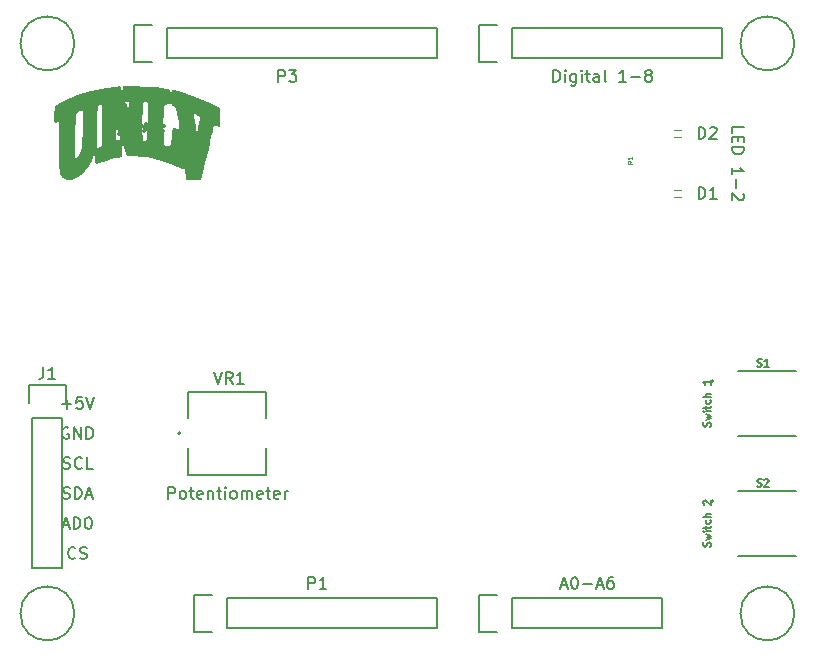
<source format=gto>
%TF.GenerationSoftware,KiCad,Pcbnew,(6.0.2)*%
%TF.CreationDate,2022-05-07T22:53:05-07:00*%
%TF.ProjectId,Final_Project,46696e61-6c5f-4507-926f-6a6563742e6b,rev?*%
%TF.SameCoordinates,Original*%
%TF.FileFunction,Legend,Top*%
%TF.FilePolarity,Positive*%
%FSLAX46Y46*%
G04 Gerber Fmt 4.6, Leading zero omitted, Abs format (unit mm)*
G04 Created by KiCad (PCBNEW (6.0.2)) date 2022-05-07 22:53:05*
%MOMM*%
%LPD*%
G01*
G04 APERTURE LIST*
%ADD10C,0.150000*%
%ADD11C,0.300000*%
%ADD12C,0.098425*%
%ADD13C,0.127000*%
%ADD14C,0.200000*%
%ADD15C,0.120000*%
%ADD16C,4.064000*%
%ADD17O,2.032000X1.727200*%
%ADD18O,1.727200X2.032000*%
%ADD19C,1.222000*%
%ADD20R,1.222000X1.222000*%
%ADD21R,1.700000X1.000000*%
%ADD22R,1.020000X1.040000*%
%ADD23R,0.600000X0.800000*%
G04 APERTURE END LIST*
D10*
X169677047Y-118170714D02*
X169707523Y-118079285D01*
X169707523Y-117926904D01*
X169677047Y-117865952D01*
X169646571Y-117835476D01*
X169585619Y-117805000D01*
X169524666Y-117805000D01*
X169463714Y-117835476D01*
X169433238Y-117865952D01*
X169402761Y-117926904D01*
X169372285Y-118048809D01*
X169341809Y-118109761D01*
X169311333Y-118140238D01*
X169250380Y-118170714D01*
X169189428Y-118170714D01*
X169128476Y-118140238D01*
X169098000Y-118109761D01*
X169067523Y-118048809D01*
X169067523Y-117896428D01*
X169098000Y-117805000D01*
X169280857Y-117591666D02*
X169707523Y-117469761D01*
X169402761Y-117347857D01*
X169707523Y-117225952D01*
X169280857Y-117104047D01*
X169707523Y-116860238D02*
X169280857Y-116860238D01*
X169067523Y-116860238D02*
X169098000Y-116890714D01*
X169128476Y-116860238D01*
X169098000Y-116829761D01*
X169067523Y-116860238D01*
X169128476Y-116860238D01*
X169280857Y-116646904D02*
X169280857Y-116403095D01*
X169067523Y-116555476D02*
X169616095Y-116555476D01*
X169677047Y-116525000D01*
X169707523Y-116464047D01*
X169707523Y-116403095D01*
X169677047Y-115915476D02*
X169707523Y-115976428D01*
X169707523Y-116098333D01*
X169677047Y-116159285D01*
X169646571Y-116189761D01*
X169585619Y-116220238D01*
X169402761Y-116220238D01*
X169341809Y-116189761D01*
X169311333Y-116159285D01*
X169280857Y-116098333D01*
X169280857Y-115976428D01*
X169311333Y-115915476D01*
X169707523Y-115641190D02*
X169067523Y-115641190D01*
X169707523Y-115366904D02*
X169372285Y-115366904D01*
X169311333Y-115397380D01*
X169280857Y-115458333D01*
X169280857Y-115549761D01*
X169311333Y-115610714D01*
X169341809Y-115641190D01*
X169128476Y-114605000D02*
X169098000Y-114574523D01*
X169067523Y-114513571D01*
X169067523Y-114361190D01*
X169098000Y-114300238D01*
X169128476Y-114269761D01*
X169189428Y-114239285D01*
X169250380Y-114239285D01*
X169341809Y-114269761D01*
X169707523Y-114635476D01*
X169707523Y-114239285D01*
X169677047Y-108010714D02*
X169707523Y-107919285D01*
X169707523Y-107766904D01*
X169677047Y-107705952D01*
X169646571Y-107675476D01*
X169585619Y-107645000D01*
X169524666Y-107645000D01*
X169463714Y-107675476D01*
X169433238Y-107705952D01*
X169402761Y-107766904D01*
X169372285Y-107888809D01*
X169341809Y-107949761D01*
X169311333Y-107980238D01*
X169250380Y-108010714D01*
X169189428Y-108010714D01*
X169128476Y-107980238D01*
X169098000Y-107949761D01*
X169067523Y-107888809D01*
X169067523Y-107736428D01*
X169098000Y-107645000D01*
X169280857Y-107431666D02*
X169707523Y-107309761D01*
X169402761Y-107187857D01*
X169707523Y-107065952D01*
X169280857Y-106944047D01*
X169707523Y-106700238D02*
X169280857Y-106700238D01*
X169067523Y-106700238D02*
X169098000Y-106730714D01*
X169128476Y-106700238D01*
X169098000Y-106669761D01*
X169067523Y-106700238D01*
X169128476Y-106700238D01*
X169280857Y-106486904D02*
X169280857Y-106243095D01*
X169067523Y-106395476D02*
X169616095Y-106395476D01*
X169677047Y-106365000D01*
X169707523Y-106304047D01*
X169707523Y-106243095D01*
X169677047Y-105755476D02*
X169707523Y-105816428D01*
X169707523Y-105938333D01*
X169677047Y-105999285D01*
X169646571Y-106029761D01*
X169585619Y-106060238D01*
X169402761Y-106060238D01*
X169341809Y-106029761D01*
X169311333Y-105999285D01*
X169280857Y-105938333D01*
X169280857Y-105816428D01*
X169311333Y-105755476D01*
X169707523Y-105481190D02*
X169067523Y-105481190D01*
X169707523Y-105206904D02*
X169372285Y-105206904D01*
X169311333Y-105237380D01*
X169280857Y-105298333D01*
X169280857Y-105389761D01*
X169311333Y-105450714D01*
X169341809Y-105481190D01*
X169707523Y-104079285D02*
X169707523Y-104445000D01*
X169707523Y-104262142D02*
X169067523Y-104262142D01*
X169158952Y-104323095D01*
X169219904Y-104384047D01*
X169250380Y-104445000D01*
X171505619Y-83129761D02*
X171505619Y-82653571D01*
X172505619Y-82653571D01*
X172029428Y-83463095D02*
X172029428Y-83796428D01*
X171505619Y-83939285D02*
X171505619Y-83463095D01*
X172505619Y-83463095D01*
X172505619Y-83939285D01*
X171505619Y-84367857D02*
X172505619Y-84367857D01*
X172505619Y-84605952D01*
X172458000Y-84748809D01*
X172362761Y-84844047D01*
X172267523Y-84891666D01*
X172077047Y-84939285D01*
X171934190Y-84939285D01*
X171743714Y-84891666D01*
X171648476Y-84844047D01*
X171553238Y-84748809D01*
X171505619Y-84605952D01*
X171505619Y-84367857D01*
X171505619Y-86653571D02*
X171505619Y-86082142D01*
X171505619Y-86367857D02*
X172505619Y-86367857D01*
X172362761Y-86272619D01*
X172267523Y-86177380D01*
X172219904Y-86082142D01*
X171886571Y-87082142D02*
X171886571Y-87844047D01*
X172410380Y-88272619D02*
X172458000Y-88320238D01*
X172505619Y-88415476D01*
X172505619Y-88653571D01*
X172458000Y-88748809D01*
X172410380Y-88796428D01*
X172315142Y-88844047D01*
X172219904Y-88844047D01*
X172077047Y-88796428D01*
X171505619Y-88225000D01*
X171505619Y-88844047D01*
X123788095Y-114118627D02*
X123788095Y-113115871D01*
X124170097Y-113115871D01*
X124265598Y-113163622D01*
X124313348Y-113211372D01*
X124361098Y-113306872D01*
X124361098Y-113450123D01*
X124313348Y-113545624D01*
X124265598Y-113593374D01*
X124170097Y-113641124D01*
X123788095Y-113641124D01*
X124934102Y-114118627D02*
X124838601Y-114070877D01*
X124790851Y-114023127D01*
X124743100Y-113927626D01*
X124743100Y-113641124D01*
X124790851Y-113545624D01*
X124838601Y-113497874D01*
X124934102Y-113450123D01*
X125077352Y-113450123D01*
X125172853Y-113497874D01*
X125220603Y-113545624D01*
X125268354Y-113641124D01*
X125268354Y-113927626D01*
X125220603Y-114023127D01*
X125172853Y-114070877D01*
X125077352Y-114118627D01*
X124934102Y-114118627D01*
X125554855Y-113450123D02*
X125936858Y-113450123D01*
X125698106Y-113115871D02*
X125698106Y-113975376D01*
X125745856Y-114070877D01*
X125841357Y-114118627D01*
X125936858Y-114118627D01*
X126653112Y-114070877D02*
X126557611Y-114118627D01*
X126366610Y-114118627D01*
X126271110Y-114070877D01*
X126223359Y-113975376D01*
X126223359Y-113593374D01*
X126271110Y-113497874D01*
X126366610Y-113450123D01*
X126557611Y-113450123D01*
X126653112Y-113497874D01*
X126700862Y-113593374D01*
X126700862Y-113688875D01*
X126223359Y-113784375D01*
X127130615Y-113450123D02*
X127130615Y-114118627D01*
X127130615Y-113545624D02*
X127178365Y-113497874D01*
X127273866Y-113450123D01*
X127417116Y-113450123D01*
X127512617Y-113497874D01*
X127560367Y-113593374D01*
X127560367Y-114118627D01*
X127894619Y-113450123D02*
X128276622Y-113450123D01*
X128037870Y-113115871D02*
X128037870Y-113975376D01*
X128085620Y-114070877D01*
X128181121Y-114118627D01*
X128276622Y-114118627D01*
X128610874Y-114118627D02*
X128610874Y-113450123D01*
X128610874Y-113115871D02*
X128563123Y-113163622D01*
X128610874Y-113211372D01*
X128658624Y-113163622D01*
X128610874Y-113115871D01*
X128610874Y-113211372D01*
X129231627Y-114118627D02*
X129136127Y-114070877D01*
X129088376Y-114023127D01*
X129040626Y-113927626D01*
X129040626Y-113641124D01*
X129088376Y-113545624D01*
X129136127Y-113497874D01*
X129231627Y-113450123D01*
X129374878Y-113450123D01*
X129470379Y-113497874D01*
X129518129Y-113545624D01*
X129565879Y-113641124D01*
X129565879Y-113927626D01*
X129518129Y-114023127D01*
X129470379Y-114070877D01*
X129374878Y-114118627D01*
X129231627Y-114118627D01*
X129995632Y-114118627D02*
X129995632Y-113450123D01*
X129995632Y-113545624D02*
X130043382Y-113497874D01*
X130138883Y-113450123D01*
X130282134Y-113450123D01*
X130377634Y-113497874D01*
X130425384Y-113593374D01*
X130425384Y-114118627D01*
X130425384Y-113593374D02*
X130473135Y-113497874D01*
X130568635Y-113450123D01*
X130711886Y-113450123D01*
X130807387Y-113497874D01*
X130855137Y-113593374D01*
X130855137Y-114118627D01*
X131714642Y-114070877D02*
X131619142Y-114118627D01*
X131428140Y-114118627D01*
X131332640Y-114070877D01*
X131284890Y-113975376D01*
X131284890Y-113593374D01*
X131332640Y-113497874D01*
X131428140Y-113450123D01*
X131619142Y-113450123D01*
X131714642Y-113497874D01*
X131762392Y-113593374D01*
X131762392Y-113688875D01*
X131284890Y-113784375D01*
X132048894Y-113450123D02*
X132430896Y-113450123D01*
X132192145Y-113115871D02*
X132192145Y-113975376D01*
X132239895Y-114070877D01*
X132335396Y-114118627D01*
X132430896Y-114118627D01*
X133147151Y-114070877D02*
X133051650Y-114118627D01*
X132860649Y-114118627D01*
X132765148Y-114070877D01*
X132717398Y-113975376D01*
X132717398Y-113593374D01*
X132765148Y-113497874D01*
X132860649Y-113450123D01*
X133051650Y-113450123D01*
X133147151Y-113497874D01*
X133194901Y-113593374D01*
X133194901Y-113688875D01*
X132717398Y-113784375D01*
X133624654Y-114118627D02*
X133624654Y-113450123D01*
X133624654Y-113641124D02*
X133672404Y-113545624D01*
X133720154Y-113497874D01*
X133815655Y-113450123D01*
X133911155Y-113450123D01*
X114792285Y-106116428D02*
X115554190Y-106116428D01*
X115173238Y-106497380D02*
X115173238Y-105735476D01*
X116506571Y-105497380D02*
X116030380Y-105497380D01*
X115982761Y-105973571D01*
X116030380Y-105925952D01*
X116125619Y-105878333D01*
X116363714Y-105878333D01*
X116458952Y-105925952D01*
X116506571Y-105973571D01*
X116554190Y-106068809D01*
X116554190Y-106306904D01*
X116506571Y-106402142D01*
X116458952Y-106449761D01*
X116363714Y-106497380D01*
X116125619Y-106497380D01*
X116030380Y-106449761D01*
X115982761Y-106402142D01*
X116839904Y-105497380D02*
X117173238Y-106497380D01*
X117506571Y-105497380D01*
X115316095Y-108085000D02*
X115220857Y-108037380D01*
X115078000Y-108037380D01*
X114935142Y-108085000D01*
X114839904Y-108180238D01*
X114792285Y-108275476D01*
X114744666Y-108465952D01*
X114744666Y-108608809D01*
X114792285Y-108799285D01*
X114839904Y-108894523D01*
X114935142Y-108989761D01*
X115078000Y-109037380D01*
X115173238Y-109037380D01*
X115316095Y-108989761D01*
X115363714Y-108942142D01*
X115363714Y-108608809D01*
X115173238Y-108608809D01*
X115792285Y-109037380D02*
X115792285Y-108037380D01*
X116363714Y-109037380D01*
X116363714Y-108037380D01*
X116839904Y-109037380D02*
X116839904Y-108037380D01*
X117078000Y-108037380D01*
X117220857Y-108085000D01*
X117316095Y-108180238D01*
X117363714Y-108275476D01*
X117411333Y-108465952D01*
X117411333Y-108608809D01*
X117363714Y-108799285D01*
X117316095Y-108894523D01*
X117220857Y-108989761D01*
X117078000Y-109037380D01*
X116839904Y-109037380D01*
X114887523Y-111529761D02*
X115030380Y-111577380D01*
X115268476Y-111577380D01*
X115363714Y-111529761D01*
X115411333Y-111482142D01*
X115458952Y-111386904D01*
X115458952Y-111291666D01*
X115411333Y-111196428D01*
X115363714Y-111148809D01*
X115268476Y-111101190D01*
X115078000Y-111053571D01*
X114982761Y-111005952D01*
X114935142Y-110958333D01*
X114887523Y-110863095D01*
X114887523Y-110767857D01*
X114935142Y-110672619D01*
X114982761Y-110625000D01*
X115078000Y-110577380D01*
X115316095Y-110577380D01*
X115458952Y-110625000D01*
X116458952Y-111482142D02*
X116411333Y-111529761D01*
X116268476Y-111577380D01*
X116173238Y-111577380D01*
X116030380Y-111529761D01*
X115935142Y-111434523D01*
X115887523Y-111339285D01*
X115839904Y-111148809D01*
X115839904Y-111005952D01*
X115887523Y-110815476D01*
X115935142Y-110720238D01*
X116030380Y-110625000D01*
X116173238Y-110577380D01*
X116268476Y-110577380D01*
X116411333Y-110625000D01*
X116458952Y-110672619D01*
X117363714Y-111577380D02*
X116887523Y-111577380D01*
X116887523Y-110577380D01*
X114863714Y-114069761D02*
X115006571Y-114117380D01*
X115244666Y-114117380D01*
X115339904Y-114069761D01*
X115387523Y-114022142D01*
X115435142Y-113926904D01*
X115435142Y-113831666D01*
X115387523Y-113736428D01*
X115339904Y-113688809D01*
X115244666Y-113641190D01*
X115054190Y-113593571D01*
X114958952Y-113545952D01*
X114911333Y-113498333D01*
X114863714Y-113403095D01*
X114863714Y-113307857D01*
X114911333Y-113212619D01*
X114958952Y-113165000D01*
X115054190Y-113117380D01*
X115292285Y-113117380D01*
X115435142Y-113165000D01*
X115863714Y-114117380D02*
X115863714Y-113117380D01*
X116101809Y-113117380D01*
X116244666Y-113165000D01*
X116339904Y-113260238D01*
X116387523Y-113355476D01*
X116435142Y-113545952D01*
X116435142Y-113688809D01*
X116387523Y-113879285D01*
X116339904Y-113974523D01*
X116244666Y-114069761D01*
X116101809Y-114117380D01*
X115863714Y-114117380D01*
X116816095Y-113831666D02*
X117292285Y-113831666D01*
X116720857Y-114117380D02*
X117054190Y-113117380D01*
X117387523Y-114117380D01*
X114863714Y-116371666D02*
X115339904Y-116371666D01*
X114768476Y-116657380D02*
X115101809Y-115657380D01*
X115435142Y-116657380D01*
X115768476Y-116657380D02*
X115768476Y-115657380D01*
X116006571Y-115657380D01*
X116149428Y-115705000D01*
X116244666Y-115800238D01*
X116292285Y-115895476D01*
X116339904Y-116085952D01*
X116339904Y-116228809D01*
X116292285Y-116419285D01*
X116244666Y-116514523D01*
X116149428Y-116609761D01*
X116006571Y-116657380D01*
X115768476Y-116657380D01*
X116958952Y-115657380D02*
X117054190Y-115657380D01*
X117149428Y-115705000D01*
X117197047Y-115752619D01*
X117244666Y-115847857D01*
X117292285Y-116038333D01*
X117292285Y-116276428D01*
X117244666Y-116466904D01*
X117197047Y-116562142D01*
X117149428Y-116609761D01*
X117054190Y-116657380D01*
X116958952Y-116657380D01*
X116863714Y-116609761D01*
X116816095Y-116562142D01*
X116768476Y-116466904D01*
X116720857Y-116276428D01*
X116720857Y-116038333D01*
X116768476Y-115847857D01*
X116816095Y-115752619D01*
X116863714Y-115705000D01*
X116958952Y-115657380D01*
X115911333Y-119102142D02*
X115863714Y-119149761D01*
X115720857Y-119197380D01*
X115625619Y-119197380D01*
X115482761Y-119149761D01*
X115387523Y-119054523D01*
X115339904Y-118959285D01*
X115292285Y-118768809D01*
X115292285Y-118625952D01*
X115339904Y-118435476D01*
X115387523Y-118340238D01*
X115482761Y-118245000D01*
X115625619Y-118197380D01*
X115720857Y-118197380D01*
X115863714Y-118245000D01*
X115911333Y-118292619D01*
X116292285Y-119149761D02*
X116435142Y-119197380D01*
X116673238Y-119197380D01*
X116768476Y-119149761D01*
X116816095Y-119102142D01*
X116863714Y-119006904D01*
X116863714Y-118911666D01*
X116816095Y-118816428D01*
X116768476Y-118768809D01*
X116673238Y-118721190D01*
X116482761Y-118673571D01*
X116387523Y-118625952D01*
X116339904Y-118578333D01*
X116292285Y-118483095D01*
X116292285Y-118387857D01*
X116339904Y-118292619D01*
X116387523Y-118245000D01*
X116482761Y-118197380D01*
X116720857Y-118197380D01*
X116863714Y-118245000D01*
D11*
%TO.C,G\u002A\u002A\u002A*%
X119815428Y-82423000D02*
X119670285Y-82350428D01*
X119452571Y-82350428D01*
X119234857Y-82423000D01*
X119089714Y-82568142D01*
X119017142Y-82713285D01*
X118944571Y-83003571D01*
X118944571Y-83221285D01*
X119017142Y-83511571D01*
X119089714Y-83656714D01*
X119234857Y-83801857D01*
X119452571Y-83874428D01*
X119597714Y-83874428D01*
X119815428Y-83801857D01*
X119888000Y-83729285D01*
X119888000Y-83221285D01*
X119597714Y-83221285D01*
X120758857Y-82350428D02*
X120758857Y-82713285D01*
X120396000Y-82568142D02*
X120758857Y-82713285D01*
X121121714Y-82568142D01*
X120541142Y-83003571D02*
X120758857Y-82713285D01*
X120976571Y-83003571D01*
X121920000Y-82350428D02*
X121920000Y-82713285D01*
X121557142Y-82568142D02*
X121920000Y-82713285D01*
X122282857Y-82568142D01*
X121702285Y-83003571D02*
X121920000Y-82713285D01*
X122137714Y-83003571D01*
X123081142Y-82350428D02*
X123081142Y-82713285D01*
X122718285Y-82568142D02*
X123081142Y-82713285D01*
X123444000Y-82568142D01*
X122863428Y-83003571D02*
X123081142Y-82713285D01*
X123298857Y-83003571D01*
D10*
%TO.C,VR1*%
X127640337Y-103388081D02*
X127974589Y-104390837D01*
X128308841Y-103388081D01*
X129216096Y-104390837D02*
X128881844Y-103913334D01*
X128643093Y-104390837D02*
X128643093Y-103388081D01*
X129025095Y-103388081D01*
X129120596Y-103435832D01*
X129168346Y-103483582D01*
X129216096Y-103579082D01*
X129216096Y-103722333D01*
X129168346Y-103817834D01*
X129120596Y-103865584D01*
X129025095Y-103913334D01*
X128643093Y-103913334D01*
X130171102Y-104390837D02*
X129598098Y-104390837D01*
X129884600Y-104390837D02*
X129884600Y-103388081D01*
X129789100Y-103531332D01*
X129693599Y-103626833D01*
X129598098Y-103674583D01*
%TO.C,S2*%
X173642380Y-113057647D02*
X173733809Y-113088123D01*
X173886190Y-113088123D01*
X173947142Y-113057647D01*
X173977619Y-113027171D01*
X174008095Y-112966219D01*
X174008095Y-112905266D01*
X173977619Y-112844314D01*
X173947142Y-112813838D01*
X173886190Y-112783361D01*
X173764285Y-112752885D01*
X173703333Y-112722409D01*
X173672857Y-112691933D01*
X173642380Y-112630980D01*
X173642380Y-112570028D01*
X173672857Y-112509076D01*
X173703333Y-112478600D01*
X173764285Y-112448123D01*
X173916666Y-112448123D01*
X174008095Y-112478600D01*
X174251904Y-112509076D02*
X174282380Y-112478600D01*
X174343333Y-112448123D01*
X174495714Y-112448123D01*
X174556666Y-112478600D01*
X174587142Y-112509076D01*
X174617619Y-112570028D01*
X174617619Y-112630980D01*
X174587142Y-112722409D01*
X174221428Y-113088123D01*
X174617619Y-113088123D01*
%TO.C,S1*%
X173642380Y-102897647D02*
X173733809Y-102928123D01*
X173886190Y-102928123D01*
X173947142Y-102897647D01*
X173977619Y-102867171D01*
X174008095Y-102806219D01*
X174008095Y-102745266D01*
X173977619Y-102684314D01*
X173947142Y-102653838D01*
X173886190Y-102623361D01*
X173764285Y-102592885D01*
X173703333Y-102562409D01*
X173672857Y-102531933D01*
X173642380Y-102470980D01*
X173642380Y-102410028D01*
X173672857Y-102349076D01*
X173703333Y-102318600D01*
X173764285Y-102288123D01*
X173916666Y-102288123D01*
X174008095Y-102318600D01*
X174617619Y-102928123D02*
X174251904Y-102928123D01*
X174434761Y-102928123D02*
X174434761Y-102288123D01*
X174373809Y-102379552D01*
X174312857Y-102440504D01*
X174251904Y-102470980D01*
D12*
%TO.C,R1*%
X163076102Y-85530616D02*
X162888626Y-85661850D01*
X163076102Y-85755588D02*
X162682401Y-85755588D01*
X162682401Y-85605607D01*
X162701149Y-85568112D01*
X162719897Y-85549364D01*
X162757392Y-85530616D01*
X162813635Y-85530616D01*
X162851130Y-85549364D01*
X162869878Y-85568112D01*
X162888626Y-85605607D01*
X162888626Y-85755588D01*
X163076102Y-85155663D02*
X163076102Y-85380635D01*
X163076102Y-85268149D02*
X162682401Y-85268149D01*
X162738644Y-85305644D01*
X162776140Y-85343140D01*
X162794887Y-85380635D01*
D10*
%TO.C,J1*%
X113204666Y-102957380D02*
X113204666Y-103671666D01*
X113157047Y-103814523D01*
X113061809Y-103909761D01*
X112918952Y-103957380D01*
X112823714Y-103957380D01*
X114204666Y-103957380D02*
X113633238Y-103957380D01*
X113918952Y-103957380D02*
X113918952Y-102957380D01*
X113823714Y-103100238D01*
X113728476Y-103195476D01*
X113633238Y-103243095D01*
%TO.C,D2*%
X168679904Y-83637380D02*
X168679904Y-82637380D01*
X168918000Y-82637380D01*
X169060857Y-82685000D01*
X169156095Y-82780238D01*
X169203714Y-82875476D01*
X169251333Y-83065952D01*
X169251333Y-83208809D01*
X169203714Y-83399285D01*
X169156095Y-83494523D01*
X169060857Y-83589761D01*
X168918000Y-83637380D01*
X168679904Y-83637380D01*
X169632285Y-82732619D02*
X169679904Y-82685000D01*
X169775142Y-82637380D01*
X170013238Y-82637380D01*
X170108476Y-82685000D01*
X170156095Y-82732619D01*
X170203714Y-82827857D01*
X170203714Y-82923095D01*
X170156095Y-83065952D01*
X169584666Y-83637380D01*
X170203714Y-83637380D01*
%TO.C,D1*%
X168679904Y-88717380D02*
X168679904Y-87717380D01*
X168918000Y-87717380D01*
X169060857Y-87765000D01*
X169156095Y-87860238D01*
X169203714Y-87955476D01*
X169251333Y-88145952D01*
X169251333Y-88288809D01*
X169203714Y-88479285D01*
X169156095Y-88574523D01*
X169060857Y-88669761D01*
X168918000Y-88717380D01*
X168679904Y-88717380D01*
X170203714Y-88717380D02*
X169632285Y-88717380D01*
X169918000Y-88717380D02*
X169918000Y-87717380D01*
X169822761Y-87860238D01*
X169727523Y-87955476D01*
X169632285Y-88003095D01*
%TO.C,P1*%
X135649904Y-121737380D02*
X135649904Y-120737380D01*
X136030857Y-120737380D01*
X136126095Y-120785000D01*
X136173714Y-120832619D01*
X136221333Y-120927857D01*
X136221333Y-121070714D01*
X136173714Y-121165952D01*
X136126095Y-121213571D01*
X136030857Y-121261190D01*
X135649904Y-121261190D01*
X137173714Y-121737380D02*
X136602285Y-121737380D01*
X136888000Y-121737380D02*
X136888000Y-120737380D01*
X136792761Y-120880238D01*
X136697523Y-120975476D01*
X136602285Y-121023095D01*
%TO.C,A0-A6*%
X157019904Y-121451666D02*
X157496095Y-121451666D01*
X156924666Y-121737380D02*
X157258000Y-120737380D01*
X157591333Y-121737380D01*
X158115142Y-120737380D02*
X158210380Y-120737380D01*
X158305619Y-120785000D01*
X158353238Y-120832619D01*
X158400857Y-120927857D01*
X158448476Y-121118333D01*
X158448476Y-121356428D01*
X158400857Y-121546904D01*
X158353238Y-121642142D01*
X158305619Y-121689761D01*
X158210380Y-121737380D01*
X158115142Y-121737380D01*
X158019904Y-121689761D01*
X157972285Y-121642142D01*
X157924666Y-121546904D01*
X157877047Y-121356428D01*
X157877047Y-121118333D01*
X157924666Y-120927857D01*
X157972285Y-120832619D01*
X158019904Y-120785000D01*
X158115142Y-120737380D01*
X158877047Y-121356428D02*
X159638952Y-121356428D01*
X160067523Y-121451666D02*
X160543714Y-121451666D01*
X159972285Y-121737380D02*
X160305619Y-120737380D01*
X160638952Y-121737380D01*
X161400857Y-120737380D02*
X161210380Y-120737380D01*
X161115142Y-120785000D01*
X161067523Y-120832619D01*
X160972285Y-120975476D01*
X160924666Y-121165952D01*
X160924666Y-121546904D01*
X160972285Y-121642142D01*
X161019904Y-121689761D01*
X161115142Y-121737380D01*
X161305619Y-121737380D01*
X161400857Y-121689761D01*
X161448476Y-121642142D01*
X161496095Y-121546904D01*
X161496095Y-121308809D01*
X161448476Y-121213571D01*
X161400857Y-121165952D01*
X161305619Y-121118333D01*
X161115142Y-121118333D01*
X161019904Y-121165952D01*
X160972285Y-121213571D01*
X160924666Y-121308809D01*
%TO.C,P3*%
X133099904Y-78811380D02*
X133099904Y-77811380D01*
X133480857Y-77811380D01*
X133576095Y-77859000D01*
X133623714Y-77906619D01*
X133671333Y-78001857D01*
X133671333Y-78144714D01*
X133623714Y-78239952D01*
X133576095Y-78287571D01*
X133480857Y-78335190D01*
X133099904Y-78335190D01*
X134004666Y-77811380D02*
X134623714Y-77811380D01*
X134290380Y-78192333D01*
X134433238Y-78192333D01*
X134528476Y-78239952D01*
X134576095Y-78287571D01*
X134623714Y-78382809D01*
X134623714Y-78620904D01*
X134576095Y-78716142D01*
X134528476Y-78763761D01*
X134433238Y-78811380D01*
X134147523Y-78811380D01*
X134052285Y-78763761D01*
X134004666Y-78716142D01*
%TO.C,Digital 1-8*%
X156385142Y-78811380D02*
X156385142Y-77811380D01*
X156623238Y-77811380D01*
X156766095Y-77859000D01*
X156861333Y-77954238D01*
X156908952Y-78049476D01*
X156956571Y-78239952D01*
X156956571Y-78382809D01*
X156908952Y-78573285D01*
X156861333Y-78668523D01*
X156766095Y-78763761D01*
X156623238Y-78811380D01*
X156385142Y-78811380D01*
X157385142Y-78811380D02*
X157385142Y-78144714D01*
X157385142Y-77811380D02*
X157337523Y-77859000D01*
X157385142Y-77906619D01*
X157432761Y-77859000D01*
X157385142Y-77811380D01*
X157385142Y-77906619D01*
X158289904Y-78144714D02*
X158289904Y-78954238D01*
X158242285Y-79049476D01*
X158194666Y-79097095D01*
X158099428Y-79144714D01*
X157956571Y-79144714D01*
X157861333Y-79097095D01*
X158289904Y-78763761D02*
X158194666Y-78811380D01*
X158004190Y-78811380D01*
X157908952Y-78763761D01*
X157861333Y-78716142D01*
X157813714Y-78620904D01*
X157813714Y-78335190D01*
X157861333Y-78239952D01*
X157908952Y-78192333D01*
X158004190Y-78144714D01*
X158194666Y-78144714D01*
X158289904Y-78192333D01*
X158766095Y-78811380D02*
X158766095Y-78144714D01*
X158766095Y-77811380D02*
X158718476Y-77859000D01*
X158766095Y-77906619D01*
X158813714Y-77859000D01*
X158766095Y-77811380D01*
X158766095Y-77906619D01*
X159099428Y-78144714D02*
X159480380Y-78144714D01*
X159242285Y-77811380D02*
X159242285Y-78668523D01*
X159289904Y-78763761D01*
X159385142Y-78811380D01*
X159480380Y-78811380D01*
X160242285Y-78811380D02*
X160242285Y-78287571D01*
X160194666Y-78192333D01*
X160099428Y-78144714D01*
X159908952Y-78144714D01*
X159813714Y-78192333D01*
X160242285Y-78763761D02*
X160147047Y-78811380D01*
X159908952Y-78811380D01*
X159813714Y-78763761D01*
X159766095Y-78668523D01*
X159766095Y-78573285D01*
X159813714Y-78478047D01*
X159908952Y-78430428D01*
X160147047Y-78430428D01*
X160242285Y-78382809D01*
X160861333Y-78811380D02*
X160766095Y-78763761D01*
X160718476Y-78668523D01*
X160718476Y-77811380D01*
X162528000Y-78811380D02*
X161956571Y-78811380D01*
X162242285Y-78811380D02*
X162242285Y-77811380D01*
X162147047Y-77954238D01*
X162051809Y-78049476D01*
X161956571Y-78097095D01*
X162956571Y-78430428D02*
X163718476Y-78430428D01*
X164337523Y-78239952D02*
X164242285Y-78192333D01*
X164194666Y-78144714D01*
X164147047Y-78049476D01*
X164147047Y-78001857D01*
X164194666Y-77906619D01*
X164242285Y-77859000D01*
X164337523Y-77811380D01*
X164528000Y-77811380D01*
X164623238Y-77859000D01*
X164670857Y-77906619D01*
X164718476Y-78001857D01*
X164718476Y-78049476D01*
X164670857Y-78144714D01*
X164623238Y-78192333D01*
X164528000Y-78239952D01*
X164337523Y-78239952D01*
X164242285Y-78287571D01*
X164194666Y-78335190D01*
X164147047Y-78430428D01*
X164147047Y-78620904D01*
X164194666Y-78716142D01*
X164242285Y-78763761D01*
X164337523Y-78811380D01*
X164528000Y-78811380D01*
X164623238Y-78763761D01*
X164670857Y-78716142D01*
X164718476Y-78620904D01*
X164718476Y-78430428D01*
X164670857Y-78335190D01*
X164623238Y-78287571D01*
X164528000Y-78239952D01*
%TO.C,G\u002A\u002A\u002A*%
G36*
X124448314Y-81123076D02*
G01*
X124344997Y-80956188D01*
X124240126Y-80879855D01*
X124138260Y-80821092D01*
X124077570Y-80733106D01*
X124047492Y-80576155D01*
X124037464Y-80310499D01*
X124036667Y-80114351D01*
X124041871Y-79774629D01*
X124061109Y-79576037D01*
X124099822Y-79490590D01*
X124158371Y-79488252D01*
X124312759Y-79537511D01*
X124553402Y-79604837D01*
X124645205Y-79628918D01*
X126005575Y-80060744D01*
X127275167Y-80615451D01*
X128185334Y-81069748D01*
X128185334Y-81873374D01*
X128180906Y-82218840D01*
X128169005Y-82489890D01*
X128151706Y-82649738D01*
X128140021Y-82677000D01*
X128043703Y-82635382D01*
X127891024Y-82543540D01*
X127814164Y-82492959D01*
X127754003Y-82469286D01*
X127702758Y-82492034D01*
X127652643Y-82580713D01*
X127595872Y-82754835D01*
X127524662Y-83033910D01*
X127431226Y-83437450D01*
X127307780Y-83984966D01*
X127297255Y-84031667D01*
X127184186Y-84527368D01*
X127050007Y-85106725D01*
X126913543Y-85688835D01*
X126819519Y-86084833D01*
X126561282Y-87164333D01*
X125317042Y-87164333D01*
X125264899Y-86762167D01*
X125222124Y-86471039D01*
X125176515Y-86216711D01*
X125161497Y-86148333D01*
X125119818Y-86015966D01*
X125087725Y-86040308D01*
X125074048Y-86091050D01*
X125001726Y-86199641D01*
X124939428Y-86203035D01*
X124139486Y-85867530D01*
X123461406Y-85605397D01*
X122878267Y-85409154D01*
X122363149Y-85271317D01*
X121889132Y-85184405D01*
X121429294Y-85140935D01*
X121087297Y-85132333D01*
X120325139Y-85132333D01*
X120140200Y-84576591D01*
X120045226Y-84305609D01*
X119969659Y-84116450D01*
X119928966Y-84047607D01*
X119927880Y-84048231D01*
X119909778Y-84140386D01*
X119889813Y-84353351D01*
X119874208Y-84606106D01*
X119847917Y-85136600D01*
X119508125Y-85223741D01*
X119284999Y-85286554D01*
X118956059Y-85385585D01*
X118576172Y-85503614D01*
X118200205Y-85623419D01*
X117883022Y-85727779D01*
X117707834Y-85788808D01*
X117643631Y-85759008D01*
X117607369Y-85597766D01*
X117594723Y-85331892D01*
X117585250Y-85073283D01*
X117565063Y-84973197D01*
X117531473Y-85021012D01*
X117522826Y-85047667D01*
X117326545Y-85532194D01*
X117055000Y-85981448D01*
X116728883Y-86380152D01*
X116368891Y-86713032D01*
X115995716Y-86964812D01*
X115630052Y-87120217D01*
X115292595Y-87163971D01*
X115004037Y-87080799D01*
X114889286Y-86991619D01*
X114782937Y-86873481D01*
X114700057Y-86742732D01*
X114637954Y-86577929D01*
X114593936Y-86357627D01*
X114565311Y-86060382D01*
X114549389Y-85664751D01*
X114543476Y-85149290D01*
X114543934Y-84935159D01*
X115892220Y-84935159D01*
X115895323Y-85171244D01*
X115899624Y-85252925D01*
X115948617Y-85282779D01*
X116053071Y-85203415D01*
X116182733Y-85051650D01*
X116307348Y-84864303D01*
X116396664Y-84678192D01*
X116411608Y-84629848D01*
X116446973Y-84422582D01*
X116479424Y-84104755D01*
X116486703Y-84003474D01*
X117704724Y-84003474D01*
X117711219Y-84213137D01*
X117728666Y-84336311D01*
X117758399Y-84393686D01*
X117801751Y-84405948D01*
X117850283Y-84396360D01*
X118032107Y-84312031D01*
X118103948Y-84250626D01*
X118132164Y-84134021D01*
X118156708Y-83870841D01*
X118176407Y-83483828D01*
X118181617Y-83297889D01*
X119380000Y-83297889D01*
X119387543Y-83648694D01*
X119420574Y-83855685D01*
X119494693Y-83944091D01*
X119625501Y-83939143D01*
X119750461Y-83896995D01*
X119811763Y-83850734D01*
X119820614Y-83754041D01*
X119772299Y-83571097D01*
X119670286Y-83287785D01*
X119560739Y-83005486D01*
X119471583Y-82791600D01*
X119421223Y-82690163D01*
X119419901Y-82688678D01*
X119401128Y-82746738D01*
X119387102Y-82936474D01*
X119380288Y-83220243D01*
X119380000Y-83297889D01*
X118181617Y-83297889D01*
X118190084Y-82995722D01*
X118196423Y-82460609D01*
X118197269Y-82288889D01*
X121583176Y-82288889D01*
X121583630Y-82728619D01*
X121589406Y-83134226D01*
X121600473Y-83471720D01*
X121616802Y-83707115D01*
X121637778Y-83805889D01*
X121763098Y-83855343D01*
X121840265Y-83862333D01*
X121892552Y-83847451D01*
X121932858Y-83788013D01*
X121964131Y-83661830D01*
X121989320Y-83446712D01*
X122011374Y-83120471D01*
X122033241Y-82660917D01*
X122048012Y-82298952D01*
X122065045Y-81794619D01*
X122074865Y-81343589D01*
X122077266Y-80975194D01*
X122072044Y-80718766D01*
X122059849Y-80605619D01*
X121943377Y-80496065D01*
X121849499Y-80475667D01*
X121742545Y-80512722D01*
X121675619Y-80649211D01*
X121635175Y-80868484D01*
X121614042Y-81104831D01*
X121598352Y-81443007D01*
X121588073Y-81849022D01*
X121583176Y-82288889D01*
X118197269Y-82288889D01*
X118204738Y-80772000D01*
X118014432Y-80794992D01*
X117859251Y-80820462D01*
X117809291Y-80837325D01*
X117802338Y-80923767D01*
X117791303Y-81154489D01*
X117777176Y-81504512D01*
X117760945Y-81948861D01*
X117743597Y-82462555D01*
X117737617Y-82648677D01*
X117719257Y-83241932D01*
X117707848Y-83686635D01*
X117704724Y-84003474D01*
X116486703Y-84003474D01*
X116508021Y-83706850D01*
X116531824Y-83259352D01*
X116549895Y-82792746D01*
X116561294Y-82337515D01*
X116565082Y-81924146D01*
X116560319Y-81583121D01*
X116546067Y-81344926D01*
X116521386Y-81240045D01*
X116516128Y-81237667D01*
X116318556Y-81285275D01*
X116112654Y-81398241D01*
X115974175Y-81531773D01*
X115957424Y-81568015D01*
X115947754Y-81679429D01*
X115937552Y-81929078D01*
X115927306Y-82285865D01*
X115917503Y-82718697D01*
X115908633Y-83196476D01*
X115901181Y-83688107D01*
X115895637Y-84162495D01*
X115892487Y-84588545D01*
X115892220Y-84935159D01*
X114543934Y-84935159D01*
X114544882Y-84492556D01*
X114546364Y-84259657D01*
X114550506Y-83610963D01*
X114551830Y-83112831D01*
X114548913Y-82746498D01*
X114540328Y-82493198D01*
X114524653Y-82334166D01*
X114500461Y-82250638D01*
X114466330Y-82223849D01*
X114420834Y-82235035D01*
X114393715Y-82248824D01*
X114241394Y-82320151D01*
X114178566Y-82338333D01*
X114152086Y-82261739D01*
X114136605Y-82063517D01*
X114132000Y-81791007D01*
X114138147Y-81491548D01*
X114154924Y-81212481D01*
X114182055Y-81001893D01*
X114226292Y-80866955D01*
X114318909Y-80754573D01*
X114492574Y-80639316D01*
X114738854Y-80516286D01*
X120142000Y-80516286D01*
X120171338Y-80623241D01*
X120242282Y-80809270D01*
X120329230Y-81013925D01*
X120406581Y-81176754D01*
X120447527Y-81237667D01*
X120467299Y-81161919D01*
X120479153Y-80970290D01*
X120480667Y-80856667D01*
X120469587Y-80618572D01*
X120423582Y-80505984D01*
X120323498Y-80475812D01*
X120311334Y-80475667D01*
X120173535Y-80492750D01*
X120142000Y-80516286D01*
X114738854Y-80516286D01*
X114779961Y-80495751D01*
X114908648Y-80436309D01*
X116072533Y-79965736D01*
X117269510Y-79608577D01*
X118545178Y-79352442D01*
X119256463Y-79254862D01*
X119683259Y-79204531D01*
X119821729Y-79564932D01*
X119960198Y-79925333D01*
X119966432Y-79565500D01*
X119972667Y-79205667D01*
X121096721Y-79205667D01*
X121649330Y-79214830D01*
X122215716Y-79240224D01*
X122757320Y-79278706D01*
X123235580Y-79327135D01*
X123611935Y-79382368D01*
X123803834Y-79426278D01*
X123881683Y-79476533D01*
X123926994Y-79592948D01*
X123947735Y-79811774D01*
X123952000Y-80100372D01*
X123952000Y-80729667D01*
X123705224Y-80729667D01*
X123577665Y-80736352D01*
X123500069Y-80780477D01*
X123454694Y-80898147D01*
X123423797Y-81125466D01*
X123403576Y-81343500D01*
X123383997Y-81677217D01*
X123372250Y-82120075D01*
X123369336Y-82612022D01*
X123375186Y-83051074D01*
X123401667Y-84144816D01*
X123641908Y-84224766D01*
X123864331Y-84261457D01*
X123962557Y-84224310D01*
X124004473Y-84107997D01*
X124047317Y-83866567D01*
X124083972Y-83544041D01*
X124095181Y-83403984D01*
X124123025Y-83041364D01*
X124157588Y-82822498D01*
X124219174Y-82722353D01*
X124328085Y-82715895D01*
X124504624Y-82778091D01*
X124578337Y-82808251D01*
X124663426Y-82831934D01*
X124704881Y-82791617D01*
X124709584Y-82654399D01*
X124684416Y-82387379D01*
X124678145Y-82331023D01*
X124608234Y-81788449D01*
X124555190Y-81506590D01*
X125943899Y-81506590D01*
X125945482Y-81596815D01*
X125971179Y-81812508D01*
X126015829Y-82112354D01*
X126031948Y-82211333D01*
X126085179Y-82541327D01*
X126126039Y-82812090D01*
X126147390Y-82975798D01*
X126148847Y-82994500D01*
X126169293Y-83101256D01*
X126211415Y-83051298D01*
X126270379Y-82855158D01*
X126323744Y-82613500D01*
X126385077Y-82312959D01*
X126439160Y-82056282D01*
X126464388Y-81942292D01*
X126456654Y-81792291D01*
X126328652Y-81669640D01*
X126237773Y-81618549D01*
X126054692Y-81533781D01*
X125950111Y-81504106D01*
X125943899Y-81506590D01*
X124555190Y-81506590D01*
X124533841Y-81393148D01*
X124448314Y-81123076D01*
G37*
%TO.C,P6*%
X176784000Y-75565000D02*
G75*
G03*
X176784000Y-75565000I-2286000J0D01*
G01*
D13*
%TO.C,VR1*%
X125478000Y-112105000D02*
X125478000Y-109820000D01*
X125478000Y-107280000D02*
X125478000Y-105115000D01*
X125478000Y-105115000D02*
X132078000Y-105115000D01*
X132078000Y-105115000D02*
X132078000Y-107280000D01*
X132078000Y-109820000D02*
X132078000Y-112105000D01*
X132078000Y-112115000D02*
X125478000Y-112115000D01*
D14*
X124814000Y-108585000D02*
G75*
G03*
X124814000Y-108585000I-100000J0D01*
G01*
D13*
%TO.C,S2*%
X176948000Y-118925000D02*
X172048000Y-118925000D01*
X176948000Y-113485000D02*
X172048000Y-113485000D01*
D14*
X169948000Y-114305000D02*
G75*
G03*
X169948000Y-114305000I-100000J0D01*
G01*
D13*
%TO.C,S1*%
X176948000Y-108765000D02*
X172048000Y-108765000D01*
X176948000Y-103325000D02*
X172048000Y-103325000D01*
D14*
X169948000Y-104145000D02*
G75*
G03*
X169948000Y-104145000I-100000J0D01*
G01*
D10*
%TO.C,J1*%
X112268000Y-107315000D02*
X112268000Y-120015000D01*
X112268000Y-120015000D02*
X114808000Y-120015000D01*
X114808000Y-120015000D02*
X114808000Y-107315000D01*
X111988000Y-104495000D02*
X111988000Y-106045000D01*
X112268000Y-107315000D02*
X114808000Y-107315000D01*
X115088000Y-106045000D02*
X115088000Y-104495000D01*
X115088000Y-104495000D02*
X111988000Y-104495000D01*
D15*
%TO.C,D2*%
X166578000Y-83485000D02*
X167178000Y-83485000D01*
X166578000Y-82885000D02*
X167178000Y-82885000D01*
%TO.C,D1*%
X166578000Y-88565000D02*
X167178000Y-88565000D01*
X166578000Y-87965000D02*
X167178000Y-87965000D01*
D10*
%TO.C,P1*%
X146548000Y-125095000D02*
X146548000Y-122555000D01*
X128768000Y-125095000D02*
X146548000Y-125095000D01*
X146548000Y-122555000D02*
X128768000Y-122555000D01*
X127498000Y-122275000D02*
X125948000Y-122275000D01*
X125948000Y-122275000D02*
X125948000Y-125375000D01*
X125948000Y-125375000D02*
X127498000Y-125375000D01*
X128768000Y-125095000D02*
X128768000Y-122555000D01*
%TO.C,A0-A6*%
X152908000Y-125095000D02*
X152908000Y-122555000D01*
X151638000Y-122275000D02*
X150088000Y-122275000D01*
X165608000Y-122555000D02*
X152908000Y-122555000D01*
X152908000Y-125095000D02*
X165608000Y-125095000D01*
X165608000Y-125095000D02*
X165608000Y-122555000D01*
X150088000Y-122275000D02*
X150088000Y-125375000D01*
X150088000Y-125375000D02*
X151638000Y-125375000D01*
%TO.C,P3*%
X120858000Y-74015000D02*
X120858000Y-77115000D01*
X123678000Y-76835000D02*
X146538000Y-76835000D01*
X146538000Y-76835000D02*
X146538000Y-74295000D01*
X146538000Y-74295000D02*
X123678000Y-74295000D01*
X122408000Y-74015000D02*
X120858000Y-74015000D01*
X120858000Y-77115000D02*
X122408000Y-77115000D01*
X123678000Y-76835000D02*
X123678000Y-74295000D01*
%TO.C,Digital 1-8*%
X170688000Y-74295000D02*
X152908000Y-74295000D01*
X150088000Y-77115000D02*
X151638000Y-77115000D01*
X152908000Y-76835000D02*
X170688000Y-76835000D01*
X152908000Y-76835000D02*
X152908000Y-74295000D01*
X151638000Y-74015000D02*
X150088000Y-74015000D01*
X170688000Y-76835000D02*
X170688000Y-74295000D01*
X150088000Y-74015000D02*
X150088000Y-77115000D01*
%TO.C,P5*%
X115824000Y-123825000D02*
G75*
G03*
X115824000Y-123825000I-2286000J0D01*
G01*
%TO.C,P6*%
X176784000Y-123825000D02*
G75*
G03*
X176784000Y-123825000I-2286000J0D01*
G01*
%TO.C,P8*%
X115824000Y-75565000D02*
G75*
G03*
X115824000Y-75565000I-2286000J0D01*
G01*
%TD*%
D16*
%TO.C,P6*%
X174498000Y-75565000D03*
%TD*%
D17*
%TO.C,J1*%
X113538000Y-106045000D03*
X113538000Y-108585000D03*
X113538000Y-111125000D03*
X113538000Y-113665000D03*
X113538000Y-116205000D03*
X113538000Y-118745000D03*
%TD*%
D18*
%TO.C,P1*%
X127498000Y-123825000D03*
X130038000Y-123825000D03*
X132578000Y-123825000D03*
X135118000Y-123825000D03*
X137658000Y-123825000D03*
X140198000Y-123825000D03*
X142738000Y-123825000D03*
X145278000Y-123825000D03*
%TD*%
%TO.C,A0-A6*%
X151638000Y-123825000D03*
X154178000Y-123825000D03*
X156718000Y-123825000D03*
X159258000Y-123825000D03*
X161798000Y-123825000D03*
X164338000Y-123825000D03*
%TD*%
%TO.C,P3*%
X122408000Y-75565000D03*
X124948000Y-75565000D03*
X127488000Y-75565000D03*
X130028000Y-75565000D03*
X132568000Y-75565000D03*
X135108000Y-75565000D03*
X137648000Y-75565000D03*
X140188000Y-75565000D03*
X142728000Y-75565000D03*
X145268000Y-75565000D03*
%TD*%
%TO.C,Digital 1-8*%
X151638000Y-75565000D03*
X154178000Y-75565000D03*
X156718000Y-75565000D03*
X159258000Y-75565000D03*
X161798000Y-75565000D03*
X164338000Y-75565000D03*
X166878000Y-75565000D03*
X169418000Y-75565000D03*
%TD*%
D16*
%TO.C,P5*%
X113538000Y-123825000D03*
%TD*%
%TO.C,P6*%
X174498000Y-123825000D03*
%TD*%
%TO.C,P8*%
X113538000Y-75565000D03*
%TD*%
%LPC*%
%TO.C,P6*%
X174498000Y-75565000D03*
%TD*%
D19*
%TO.C,VR1*%
X131318000Y-108585000D03*
X128778000Y-106045000D03*
D20*
X126238000Y-108585000D03*
%TD*%
D21*
%TO.C,S2*%
X177648000Y-114305000D03*
X171348000Y-114305000D03*
X171348000Y-118105000D03*
X177648000Y-118105000D03*
%TD*%
%TO.C,S1*%
X177648000Y-104145000D03*
X171348000Y-104145000D03*
X171348000Y-107945000D03*
X177648000Y-107945000D03*
%TD*%
D22*
%TO.C,R1*%
X161798000Y-84990000D03*
X161798000Y-86460000D03*
%TD*%
D17*
%TO.C,J1*%
X113538000Y-106045000D03*
X113538000Y-108585000D03*
X113538000Y-111125000D03*
X113538000Y-113665000D03*
X113538000Y-116205000D03*
X113538000Y-118745000D03*
%TD*%
D23*
%TO.C,D2*%
X167578000Y-83185000D03*
X166178000Y-83185000D03*
%TD*%
%TO.C,D1*%
X167578000Y-88265000D03*
X166178000Y-88265000D03*
%TD*%
D18*
%TO.C,P1*%
X127498000Y-123825000D03*
X130038000Y-123825000D03*
X132578000Y-123825000D03*
X135118000Y-123825000D03*
X137658000Y-123825000D03*
X140198000Y-123825000D03*
X142738000Y-123825000D03*
X145278000Y-123825000D03*
%TD*%
%TO.C,A0-A6*%
X151638000Y-123825000D03*
X154178000Y-123825000D03*
X156718000Y-123825000D03*
X159258000Y-123825000D03*
X161798000Y-123825000D03*
X164338000Y-123825000D03*
%TD*%
%TO.C,P3*%
X122408000Y-75565000D03*
X124948000Y-75565000D03*
X127488000Y-75565000D03*
X130028000Y-75565000D03*
X132568000Y-75565000D03*
X135108000Y-75565000D03*
X137648000Y-75565000D03*
X140188000Y-75565000D03*
X142728000Y-75565000D03*
X145268000Y-75565000D03*
%TD*%
%TO.C,Digital 1-8*%
X151638000Y-75565000D03*
X154178000Y-75565000D03*
X156718000Y-75565000D03*
X159258000Y-75565000D03*
X161798000Y-75565000D03*
X164338000Y-75565000D03*
X166878000Y-75565000D03*
X169418000Y-75565000D03*
%TD*%
D16*
%TO.C,P5*%
X113538000Y-123825000D03*
%TD*%
%TO.C,P6*%
X174498000Y-123825000D03*
%TD*%
%TO.C,P8*%
X113538000Y-75565000D03*
%TD*%
M02*

</source>
